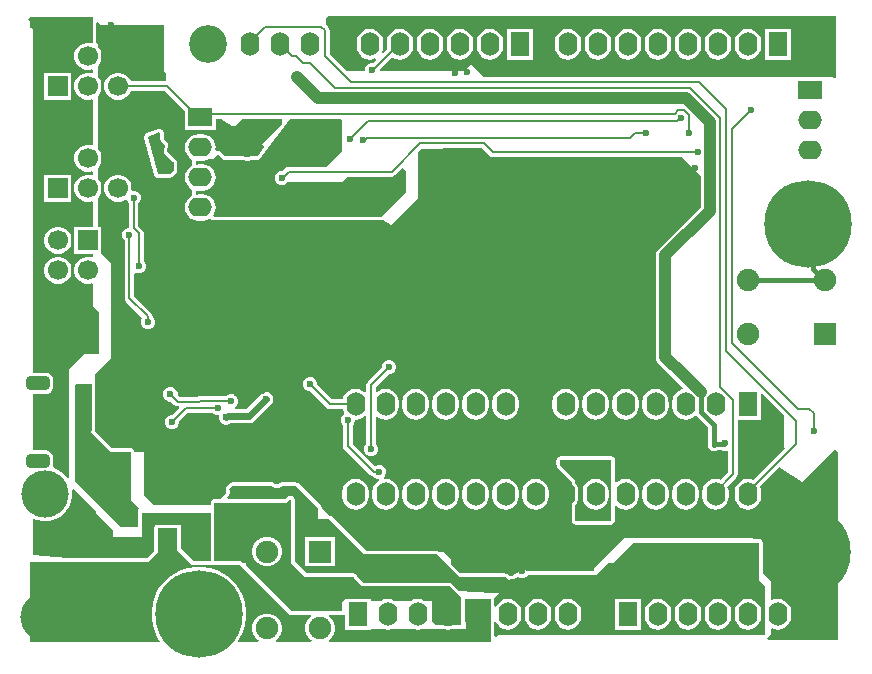
<source format=gbl>
G04*
G04 #@! TF.GenerationSoftware,Altium Limited,Altium Designer,22.1.2 (22)*
G04*
G04 Layer_Physical_Order=2*
G04 Layer_Color=16711680*
%FSLAX44Y44*%
%MOMM*%
G71*
G04*
G04 #@! TF.SameCoordinates,1F279A6F-825B-41A2-8EC7-F4161A23EE25*
G04*
G04*
G04 #@! TF.FilePolarity,Positive*
G04*
G01*
G75*
%ADD10C,0.2000*%
%ADD12C,0.4000*%
%ADD19R,1.9000X1.9000*%
%ADD63R,1.9000X1.9000*%
%ADD64C,1.9000*%
%ADD68C,0.6000*%
%ADD71C,0.8000*%
%ADD72C,1.0000*%
%ADD73C,4.0000*%
%ADD74R,1.6000X2.0000*%
%ADD75O,1.6000X2.0000*%
%ADD76R,2.0000X1.6000*%
%ADD77O,2.0000X1.6000*%
%ADD78R,1.7000X1.7000*%
%ADD79C,1.7000*%
G04:AMPARAMS|DCode=80|XSize=2mm|YSize=1.2mm|CornerRadius=0.36mm|HoleSize=0mm|Usage=FLASHONLY|Rotation=180.000|XOffset=0mm|YOffset=0mm|HoleType=Round|Shape=RoundedRectangle|*
%AMROUNDEDRECTD80*
21,1,2.0000,0.4800,0,0,180.0*
21,1,1.2800,1.2000,0,0,180.0*
1,1,0.7200,-0.6400,0.2400*
1,1,0.7200,0.6400,0.2400*
1,1,0.7200,0.6400,-0.2400*
1,1,0.7200,-0.6400,-0.2400*
%
%ADD80ROUNDEDRECTD80*%
%ADD81C,7.4000*%
%ADD82C,3.2000*%
%ADD83C,0.6000*%
G36*
X55000Y509663D02*
X53992Y508890D01*
X52314Y509340D01*
X49286D01*
X46361Y508556D01*
X43739Y507042D01*
X41598Y504901D01*
X40084Y502279D01*
X39300Y499354D01*
Y496326D01*
X40084Y493401D01*
X41598Y490779D01*
X43739Y488638D01*
X46361Y487124D01*
X49286Y486340D01*
X52314D01*
X53992Y486790D01*
X55000Y486017D01*
Y484263D01*
X53992Y483490D01*
X52314Y483940D01*
X49286D01*
X46361Y483156D01*
X43739Y481642D01*
X41598Y479501D01*
X40084Y476879D01*
X39300Y473954D01*
Y470926D01*
X40084Y468001D01*
X41598Y465379D01*
X43739Y463238D01*
X46361Y461724D01*
X49286Y460940D01*
X52314D01*
X53992Y461390D01*
X55000Y460617D01*
Y423303D01*
X53992Y422530D01*
X52314Y422980D01*
X49286D01*
X46361Y422196D01*
X43739Y420682D01*
X41598Y418541D01*
X40084Y415919D01*
X39300Y412994D01*
Y409966D01*
X40084Y407041D01*
X41598Y404419D01*
X43739Y402278D01*
X46361Y400764D01*
X49286Y399980D01*
X52314D01*
X53992Y400430D01*
X55000Y399657D01*
Y397903D01*
X53992Y397130D01*
X52314Y397580D01*
X49286D01*
X46361Y396796D01*
X43739Y395282D01*
X41598Y393141D01*
X40084Y390519D01*
X39300Y387594D01*
Y384566D01*
X40084Y381641D01*
X41598Y379019D01*
X43739Y376878D01*
X46361Y375364D01*
X49286Y374580D01*
X52314D01*
X53992Y375030D01*
X55000Y374257D01*
Y353500D01*
X39300D01*
Y330500D01*
X55000D01*
Y328424D01*
X53992Y327650D01*
X52314Y328100D01*
X49286D01*
X46361Y327316D01*
X43739Y325802D01*
X41598Y323661D01*
X40084Y321039D01*
X39300Y318114D01*
Y315086D01*
X40084Y312161D01*
X41598Y309539D01*
X43739Y307398D01*
X46361Y305884D01*
X49286Y305100D01*
X52314D01*
X53992Y305550D01*
X55000Y304777D01*
Y286000D01*
X60000Y281000D01*
Y246000D01*
X48000D01*
X35000Y233000D01*
Y140780D01*
X33785Y140411D01*
X32615Y142162D01*
X29412Y145365D01*
X25645Y147882D01*
X22179Y149318D01*
X21414Y150789D01*
X21450Y150877D01*
X21677Y152600D01*
Y157400D01*
X21450Y159123D01*
X20785Y160728D01*
X19727Y162107D01*
X18348Y163165D01*
X16743Y163830D01*
X15020Y164057D01*
X4500D01*
Y211943D01*
X15020D01*
X16743Y212170D01*
X18348Y212835D01*
X19727Y213893D01*
X20785Y215272D01*
X21450Y216877D01*
X21677Y218600D01*
Y223400D01*
X21450Y225123D01*
X20785Y226728D01*
X19727Y228107D01*
X18348Y229165D01*
X16743Y229830D01*
X15020Y230057D01*
X4500D01*
Y520500D01*
X3000Y522000D01*
X2000D01*
Y527000D01*
X0Y529000D01*
X2000Y531000D01*
X55000D01*
Y509663D01*
D02*
G37*
G36*
X684000Y479659D02*
X682827Y479173D01*
X682000Y480000D01*
X568394D01*
X568000Y480078D01*
X568000Y480078D01*
X385922D01*
X375000Y491000D01*
X369000Y485000D01*
X298344D01*
X297850Y486270D01*
X308597Y497017D01*
X309412Y496391D01*
X312088Y495283D01*
X314960Y494905D01*
X317832Y495283D01*
X320508Y496391D01*
X322805Y498155D01*
X324568Y500452D01*
X325677Y503128D01*
X326055Y506000D01*
Y510000D01*
X325677Y512872D01*
X324568Y515547D01*
X322805Y517845D01*
X320508Y519608D01*
X317832Y520717D01*
X314960Y521095D01*
X312088Y520717D01*
X309412Y519608D01*
X307115Y517845D01*
X305352Y515547D01*
X304243Y512872D01*
X303865Y510000D01*
Y506000D01*
X304119Y504075D01*
X300576Y500532D01*
X299499Y501251D01*
X300277Y503128D01*
X300655Y506000D01*
Y510000D01*
X300277Y512872D01*
X299168Y515547D01*
X297405Y517845D01*
X295107Y519608D01*
X292432Y520717D01*
X289560Y521095D01*
X286688Y520717D01*
X284013Y519608D01*
X281715Y517845D01*
X279951Y515547D01*
X278843Y512872D01*
X278465Y510000D01*
Y506000D01*
X278843Y503128D01*
X279951Y500452D01*
X281715Y498155D01*
X284013Y496391D01*
X286688Y495283D01*
X289560Y494905D01*
X292432Y495283D01*
X294309Y496061D01*
X295028Y494984D01*
X292544Y492500D01*
X290306D01*
X288101Y491586D01*
X286413Y489899D01*
X285500Y487693D01*
Y485307D01*
X285295Y485000D01*
X270490D01*
X255578Y499911D01*
Y519743D01*
X255268Y521303D01*
X254384Y522626D01*
X254384Y522626D01*
X252000Y525010D01*
Y530000D01*
X254000Y532000D01*
X684000D01*
Y479659D01*
D02*
G37*
G36*
X62000Y524000D02*
X115000D01*
Y485000D01*
X117000Y483000D01*
Y476518D01*
X87013D01*
X86916Y476879D01*
X85402Y479501D01*
X83261Y481642D01*
X80639Y483156D01*
X77714Y483940D01*
X74686D01*
X71761Y483156D01*
X69139Y481642D01*
X66998Y479501D01*
X65484Y476879D01*
X64700Y473954D01*
Y470926D01*
X65484Y468001D01*
X66998Y465379D01*
X69139Y463238D01*
X71761Y461724D01*
X74686Y460940D01*
X77714D01*
X80639Y461724D01*
X83261Y463238D01*
X85402Y465379D01*
X86916Y468001D01*
X87013Y468362D01*
X115871D01*
X133000Y451232D01*
Y435000D01*
X159000D01*
Y444922D01*
X163133D01*
X172626Y439000D01*
X175000D01*
X180922Y444922D01*
X215000D01*
Y440706D01*
X212959Y437959D01*
X198106Y423106D01*
X199921Y421973D01*
X200157Y420725D01*
X194462Y413059D01*
X188754D01*
X187584Y412826D01*
X186335Y412309D01*
X185165D01*
X183916Y412826D01*
X182746Y413059D01*
X167267D01*
X163163Y417163D01*
X162171Y417826D01*
X161000Y418059D01*
X160016Y417863D01*
X159320Y418275D01*
X158844Y418695D01*
X159095Y420600D01*
X158717Y423472D01*
X157608Y426147D01*
X155845Y428445D01*
X153547Y430209D01*
X150872Y431317D01*
X148000Y431695D01*
X144000D01*
X141128Y431317D01*
X138453Y430209D01*
X136155Y428445D01*
X134391Y426147D01*
X133283Y423472D01*
X132905Y420600D01*
X133283Y417728D01*
X134391Y415053D01*
X136155Y412755D01*
X138453Y410992D01*
X138489Y410976D01*
X139174Y409976D01*
X139077Y409487D01*
X138948Y409005D01*
X138961Y408905D01*
X138941Y408805D01*
Y406995D01*
X138961Y406895D01*
X138948Y406795D01*
X139077Y406313D01*
X139174Y405824D01*
X138489Y404824D01*
X138453Y404809D01*
X136155Y403045D01*
X134391Y400747D01*
X133283Y398072D01*
X132905Y395200D01*
X133283Y392328D01*
X134391Y389653D01*
X136155Y387355D01*
X138453Y385592D01*
X138489Y385576D01*
X139174Y384576D01*
X139077Y384087D01*
X138948Y383605D01*
X138961Y383505D01*
X138941Y383405D01*
Y381595D01*
X138961Y381495D01*
X138948Y381395D01*
X139077Y380913D01*
X139174Y380424D01*
X138489Y379424D01*
X138453Y379408D01*
X136155Y377645D01*
X134391Y375347D01*
X133283Y372672D01*
X132905Y369800D01*
X133283Y366928D01*
X134391Y364253D01*
X136155Y361955D01*
X138453Y360191D01*
X141128Y359083D01*
X144000Y358705D01*
X148000D01*
X150872Y359083D01*
X153547Y360191D01*
X153673Y360287D01*
X155153Y359837D01*
X155237Y359781D01*
X155299Y359700D01*
X155731Y359451D01*
X156145Y359174D01*
X156245Y359154D01*
X156333Y359104D01*
X156827Y359039D01*
X157316Y358941D01*
X299000D01*
X299000Y358941D01*
X300170Y359174D01*
X300374Y359310D01*
X307724Y354724D01*
X330000Y377000D01*
Y416232D01*
X332768Y419000D01*
X351000D01*
X351922Y419922D01*
X384311D01*
X390616Y413616D01*
X391939Y412732D01*
X393500Y412422D01*
X393500Y412422D01*
X553578D01*
X569681Y396319D01*
Y370476D01*
X534044Y334840D01*
X532762Y333168D01*
X531956Y331222D01*
X531681Y329134D01*
Y247250D01*
Y243250D01*
X531956Y241162D01*
X532762Y239216D01*
X534044Y237544D01*
X548813Y222776D01*
X549729Y222073D01*
X554642Y217160D01*
X554234Y215957D01*
X553928Y215917D01*
X551253Y214809D01*
X548955Y213045D01*
X547192Y210748D01*
X546083Y208072D01*
X545705Y205200D01*
Y201200D01*
X546083Y198328D01*
X547192Y195653D01*
X548955Y193355D01*
X551253Y191591D01*
X553928Y190483D01*
X556800Y190105D01*
X559672Y190483D01*
X562347Y191591D01*
X564645Y193355D01*
X564736Y193473D01*
X566172Y193258D01*
D01*
X566595Y192625D01*
X575652Y183568D01*
Y168500D01*
X576040Y166549D01*
X577145Y164895D01*
X578799Y163790D01*
X580750Y163402D01*
X582701Y163790D01*
X583792Y164519D01*
X587553D01*
X588806Y164000D01*
X591194D01*
X591866Y164278D01*
X592922Y163573D01*
Y145489D01*
X586541Y139108D01*
D01*
X585072Y139717D01*
X582200Y140095D01*
X579328Y139717D01*
X576652Y138609D01*
X574355Y136845D01*
X572592Y134548D01*
X571483Y131872D01*
X571105Y129000D01*
Y125000D01*
X571483Y122128D01*
X572592Y119452D01*
X574355Y117155D01*
X576652Y115392D01*
X579328Y114283D01*
X582200Y113905D01*
X583914Y114131D01*
D01*
X585072Y114283D01*
X587747Y115392D01*
X590045Y117155D01*
X591809Y119452D01*
X592917Y122128D01*
X593295Y125000D01*
Y129000D01*
X592917Y131872D01*
X592308Y133341D01*
X599884Y140916D01*
X599884Y140916D01*
X600768Y142239D01*
X601078Y143800D01*
X601078Y143800D01*
Y170418D01*
Y190200D01*
X620600D01*
Y211473D01*
X621773Y211959D01*
X640000Y193732D01*
Y167000D01*
X640916Y166084D01*
X628366Y153533D01*
D01*
X613941Y139108D01*
X612472Y139717D01*
X609600Y140095D01*
X606728Y139717D01*
X604053Y138609D01*
X601755Y136845D01*
X599991Y134548D01*
X598883Y131872D01*
X598505Y129000D01*
Y125000D01*
X598883Y122128D01*
X599991Y119452D01*
X601755Y117155D01*
X604053Y115392D01*
X604998Y115000D01*
X606728Y114283D01*
X609600Y113905D01*
X612472Y114283D01*
X615148Y115392D01*
X617445Y117155D01*
X619208Y119452D01*
X620317Y122128D01*
X620695Y125000D01*
Y129000D01*
X620317Y131872D01*
X619708Y133341D01*
X636191Y149824D01*
X655672Y137672D01*
X683000Y165000D01*
X686000Y162000D01*
Y4000D01*
X627000D01*
X626000Y5000D01*
X629000Y8000D01*
Y12604D01*
X630270Y13453D01*
X632128Y12683D01*
X635000Y12305D01*
X637872Y12683D01*
X640547Y13792D01*
X642845Y15555D01*
X644609Y17852D01*
X645717Y20528D01*
X646095Y23400D01*
Y27400D01*
X645717Y30272D01*
X644609Y32947D01*
X642845Y35245D01*
X640547Y37009D01*
X637872Y38117D01*
X635000Y38495D01*
X632128Y38117D01*
X630270Y37347D01*
X629000Y38196D01*
Y53000D01*
X622059Y59941D01*
Y86000D01*
X621826Y87170D01*
X621163Y88163D01*
X620171Y88826D01*
X619000Y89059D01*
X614000D01*
Y90000D01*
X505000D01*
X479000Y64000D01*
Y62059D01*
X423252D01*
X422956Y62000D01*
X422000D01*
X419000Y65000D01*
X414311Y60311D01*
X414250Y60324D01*
X413079Y60091D01*
X412087Y59428D01*
X411166Y58506D01*
X410085Y58059D01*
X408541D01*
X408090Y58149D01*
X407329Y57997D01*
X406163Y59163D01*
X405171Y59826D01*
X404000Y60059D01*
X404000Y60059D01*
X366267D01*
X358000Y68326D01*
Y72000D01*
X352000Y78000D01*
X348326D01*
X348163Y78163D01*
X347170Y78826D01*
X346000Y79059D01*
X346000Y79059D01*
X286267D01*
X257163Y108163D01*
X256171Y108826D01*
X255000Y109059D01*
X255000Y109059D01*
X254941D01*
X249059Y114941D01*
Y115000D01*
X249059Y115000D01*
X248826Y116171D01*
X248163Y117163D01*
X229163Y136163D01*
X228171Y136826D01*
X227000Y137059D01*
X227000Y137059D01*
X214985D01*
X213815Y136826D01*
X212822Y136163D01*
X212822Y136163D01*
X212666Y136006D01*
X211585Y135559D01*
X210415D01*
X209334Y136006D01*
X209178Y136163D01*
X208185Y136826D01*
X207015Y137059D01*
X207015Y137059D01*
X173000D01*
X171829Y136826D01*
X170837Y136163D01*
X168308Y133634D01*
X167645Y132641D01*
X167412Y131471D01*
X167583Y130613D01*
X167645Y130300D01*
X167941Y129585D01*
Y128415D01*
X167606Y127606D01*
X163059Y123059D01*
X158000D01*
X156830Y122826D01*
X155837Y122163D01*
X155174Y121171D01*
X154941Y120000D01*
Y118000D01*
X106000D01*
X98000Y126000D01*
Y163000D01*
X90059D01*
X89826Y164170D01*
X89163Y165163D01*
X88170Y165826D01*
X87000Y166059D01*
X71267D01*
X57000Y180326D01*
Y180704D01*
X57059Y181000D01*
X57059Y181000D01*
Y220000D01*
X57000Y220296D01*
Y229000D01*
X70000Y242000D01*
Y323000D01*
X62300Y330700D01*
Y353500D01*
X59000D01*
Y378017D01*
X60002Y379019D01*
X61516Y381641D01*
X62300Y384566D01*
Y387594D01*
X61516Y390519D01*
X60002Y393141D01*
X59000Y394143D01*
Y403417D01*
X60002Y404419D01*
X61516Y407041D01*
X62300Y409966D01*
Y412994D01*
X61516Y415919D01*
X60002Y418541D01*
X59000Y419543D01*
Y464377D01*
X60002Y465379D01*
X61516Y468001D01*
X62300Y470926D01*
Y473954D01*
X61516Y476879D01*
X60002Y479501D01*
X59000Y480503D01*
Y489777D01*
X60002Y490779D01*
X61516Y493401D01*
X62300Y496326D01*
Y499354D01*
X61516Y502279D01*
X60002Y504901D01*
X59000Y505903D01*
Y508000D01*
X59000D01*
X57957Y509043D01*
X58033Y509264D01*
X58019Y509465D01*
X58059Y509663D01*
Y526282D01*
X59232Y526768D01*
X62000Y524000D01*
D02*
G37*
G36*
X266000Y444000D02*
Y418000D01*
X252078Y404078D01*
X220857D01*
X220857Y404078D01*
X219296Y403768D01*
X217973Y402884D01*
X216089Y401000D01*
X214056D01*
X212369Y400301D01*
X211851Y400087D01*
X211000Y400000D01*
X211382Y399618D01*
X210163Y398399D01*
X209250Y396194D01*
Y393806D01*
X210163Y391601D01*
X211851Y389913D01*
X214056Y389000D01*
X216444D01*
X218649Y389913D01*
X219735Y391000D01*
X266000D01*
X270922Y395922D01*
X308000D01*
X308000Y395922D01*
X309561Y396232D01*
X310884Y397116D01*
X317384Y403616D01*
X320000Y401000D01*
Y383000D01*
X299000Y362000D01*
X157316D01*
X156754Y363139D01*
X157608Y364253D01*
X158717Y366928D01*
X159095Y369800D01*
X158717Y372672D01*
X157608Y375347D01*
X155845Y377645D01*
X153547Y379408D01*
X150872Y380517D01*
X148000Y380895D01*
X144000D01*
X142955Y380757D01*
X142000Y381595D01*
Y383405D01*
X142955Y384243D01*
X144000Y384105D01*
X148000D01*
X150872Y384483D01*
X153547Y385592D01*
X155845Y387355D01*
X157608Y389653D01*
X158717Y392328D01*
X159095Y395200D01*
X158717Y398072D01*
X157608Y400747D01*
X155845Y403045D01*
X153547Y404809D01*
X150872Y405917D01*
X148000Y406295D01*
X144000D01*
X142955Y406157D01*
X142000Y406995D01*
Y408805D01*
X142955Y409643D01*
X144000Y409505D01*
X148000D01*
X150872Y409883D01*
X153547Y410992D01*
X153559Y411000D01*
X157000D01*
X161000Y415000D01*
X166000Y410000D01*
X182746D01*
X184557Y409250D01*
X186943D01*
X188754Y410000D01*
X196000D01*
X221942Y444922D01*
X265078D01*
X266000Y444000D01*
D02*
G37*
G36*
X246000Y115000D02*
Y106000D01*
X255000D01*
X285000Y76000D01*
X346000D01*
X365000Y57000D01*
X404000D01*
X407000Y54000D01*
X408090Y55090D01*
X408307Y55000D01*
X410694D01*
X412899Y55914D01*
X414250Y57265D01*
X414601Y56913D01*
X416806Y56000D01*
X419193D01*
X421399Y56913D01*
X423087Y58601D01*
X423252Y59000D01*
X481000D01*
X491000Y69000D01*
X495000D01*
X512000Y86000D01*
X619000D01*
Y54000D01*
X624000Y49000D01*
Y28121D01*
X623905Y27400D01*
Y23400D01*
X624000Y22679D01*
Y8000D01*
X398000D01*
X396000Y6000D01*
X395059Y6941D01*
Y18717D01*
X396329Y18970D01*
X396791Y17852D01*
X398555Y15555D01*
X400853Y13792D01*
X403528Y12683D01*
X406400Y12305D01*
X409272Y12683D01*
X411948Y13792D01*
X414245Y15555D01*
X416008Y17852D01*
X417117Y20528D01*
X417495Y23400D01*
Y27400D01*
X417117Y30272D01*
X416008Y32947D01*
X414245Y35245D01*
X411948Y37009D01*
X409272Y38117D01*
X406400Y38495D01*
X403528Y38117D01*
X400853Y37009D01*
X398555Y35245D01*
X396791Y32947D01*
X396329Y31830D01*
X395059Y32083D01*
Y38000D01*
X395000Y38296D01*
Y39000D01*
X399000Y43000D01*
X393000D01*
X364982Y45344D01*
X359163Y51163D01*
X358171Y51826D01*
X357000Y52059D01*
X357000Y52059D01*
X284713D01*
X284226Y52099D01*
X278993Y57333D01*
X278826Y58170D01*
X278163Y59163D01*
X277171Y59826D01*
X276000Y60059D01*
X236267D01*
X226059Y70267D01*
Y122000D01*
X226059Y122000D01*
X225826Y123170D01*
X225163Y124163D01*
X224163Y125163D01*
X223171Y125826D01*
X222000Y126059D01*
X220830Y125826D01*
X219837Y125163D01*
X217733Y123059D01*
X169340D01*
X168814Y124329D01*
X170087Y125601D01*
X171000Y127807D01*
Y130194D01*
X170471Y131471D01*
X173000Y134000D01*
X207015D01*
X207601Y133413D01*
X209806Y132500D01*
X212194D01*
X214399Y133413D01*
X214985Y134000D01*
X227000D01*
X246000Y115000D01*
D02*
G37*
G36*
X58000Y112000D02*
X58000D01*
Y111000D01*
X72000Y97000D01*
Y91000D01*
X96000D01*
X97000Y92000D01*
Y111000D01*
X154941D01*
Y70059D01*
X140267D01*
X129300Y81026D01*
Y101000D01*
X126295D01*
X126000Y101059D01*
X110000D01*
X109705Y101000D01*
X107300D01*
Y99359D01*
X107174Y99171D01*
X106941Y98000D01*
Y79267D01*
X100733Y73059D01*
X33682D01*
X4500Y75500D01*
Y105708D01*
X5556Y106413D01*
X8041Y105384D01*
X12485Y104500D01*
X17015D01*
X21459Y105384D01*
X25645Y107118D01*
X29412Y109635D01*
X32615Y112838D01*
X35132Y116605D01*
X36866Y120791D01*
X37750Y125235D01*
Y129765D01*
X37560Y130722D01*
X38680Y131320D01*
X58000Y112000D01*
D02*
G37*
G36*
X54000Y181000D02*
X53000Y180000D01*
X70000Y163000D01*
X87000D01*
Y122000D01*
X94000Y115000D01*
X93000Y114000D01*
Y99000D01*
X79000D01*
X40000Y138000D01*
Y219586D01*
X41000Y220000D01*
X54000D01*
Y181000D01*
D02*
G37*
G36*
X223000Y122000D02*
Y69000D01*
X235000Y57000D01*
X276000D01*
Y56000D01*
X283000Y49000D01*
X357000D01*
X367000Y39000D01*
Y38296D01*
X366941Y38000D01*
Y20000D01*
X366941Y20000D01*
X367000Y19704D01*
Y16059D01*
X359237D01*
X358066Y15826D01*
X357673Y15663D01*
X355600Y15390D01*
X353527Y15663D01*
X353134Y15826D01*
X352196Y16013D01*
X351963Y16059D01*
X345941D01*
X342000Y20000D01*
Y37000D01*
X335759D01*
X335747Y37009D01*
X333072Y38117D01*
X330200Y38495D01*
X327328Y38117D01*
X324652Y37009D01*
X324641Y37000D01*
X310359D01*
X310347Y37009D01*
X307672Y38117D01*
X304800Y38495D01*
X301928Y38117D01*
X299252Y37009D01*
X299242Y37000D01*
X290400D01*
Y38400D01*
X269600D01*
X269000Y39000D01*
X266000Y36000D01*
Y28059D01*
X255035D01*
X254837Y28019D01*
X254636Y28033D01*
X254540Y28000D01*
X240460D01*
X240364Y28033D01*
X240163Y28019D01*
X239965Y28059D01*
X223267D01*
X185000Y66326D01*
Y69000D01*
X182326D01*
X182163Y69163D01*
X181171Y69826D01*
X180000Y70059D01*
X180000Y70059D01*
X158000D01*
Y120000D01*
X219000D01*
X222000Y123000D01*
X223000Y122000D01*
D02*
G37*
G36*
X392000Y2000D02*
X255035D01*
X254706Y3227D01*
X255175Y3498D01*
X257502Y5825D01*
X259148Y8675D01*
X260000Y11854D01*
Y15146D01*
X259148Y18325D01*
X257502Y21175D01*
X255175Y23503D01*
X254706Y23773D01*
X255035Y25000D01*
X268400D01*
Y12400D01*
X269600D01*
X270000Y12000D01*
X270400Y12400D01*
X290400D01*
Y13000D01*
X301163D01*
X301928Y12683D01*
X304800Y12305D01*
X307672Y12683D01*
X308437Y13000D01*
X326563D01*
X327328Y12683D01*
X330200Y12305D01*
X333072Y12683D01*
X333837Y13000D01*
X351963D01*
X352728Y12683D01*
X355600Y12305D01*
X358472Y12683D01*
X359237Y13000D01*
X371000D01*
Y19000D01*
X370000Y20000D01*
Y38000D01*
X392000D01*
Y2000D01*
D02*
G37*
G36*
X126000Y80000D02*
X139000Y67000D01*
X180000D01*
X222000Y25000D01*
X239965D01*
X240294Y23773D01*
X239825Y23503D01*
X237498Y21175D01*
X235852Y18325D01*
X235000Y15146D01*
Y11854D01*
X235852Y8675D01*
X237498Y5825D01*
X239825Y3498D01*
X240294Y3227D01*
X239965Y2000D01*
X210035D01*
X209706Y3227D01*
X210175Y3498D01*
X212502Y5825D01*
X214148Y8675D01*
X215000Y11854D01*
Y15146D01*
X214148Y18325D01*
X212502Y21175D01*
X210175Y23503D01*
X207325Y25148D01*
X204146Y26000D01*
X200854D01*
X197675Y25148D01*
X194825Y23503D01*
X192498Y21175D01*
X190852Y18325D01*
X190000Y15146D01*
Y11854D01*
X190852Y8675D01*
X192498Y5825D01*
X194825Y3498D01*
X195294Y3227D01*
X194965Y2000D01*
X178620D01*
X178044Y3132D01*
X178991Y4435D01*
X181849Y10045D01*
X183795Y16033D01*
X184780Y22252D01*
Y28548D01*
X183795Y34767D01*
X181849Y40755D01*
X178991Y46365D01*
X175290Y51458D01*
X170838Y55910D01*
X165745Y59611D01*
X160135Y62470D01*
X154147Y64415D01*
X147928Y65400D01*
X141632D01*
X135413Y64415D01*
X129425Y62470D01*
X123815Y59611D01*
X118722Y55910D01*
X114270Y51458D01*
X110569Y46365D01*
X107711Y40755D01*
X105765Y34767D01*
X104780Y28548D01*
Y22252D01*
X105765Y16033D01*
X107711Y10045D01*
X110569Y4435D01*
X111516Y3132D01*
X110940Y2000D01*
X2000D01*
Y70000D01*
X102000D01*
X110000Y78000D01*
Y98000D01*
X126000D01*
Y80000D01*
D02*
G37*
%LPC*%
G36*
X36900Y483940D02*
X13900D01*
Y460940D01*
X36900D01*
Y483940D01*
D02*
G37*
G36*
Y397580D02*
X13900D01*
Y374580D01*
X36900D01*
Y397580D01*
D02*
G37*
G36*
X26914Y353500D02*
X23886D01*
X20961Y352716D01*
X18339Y351202D01*
X16198Y349061D01*
X14684Y346439D01*
X13900Y343514D01*
Y340486D01*
X14684Y337561D01*
X16198Y334939D01*
X18339Y332798D01*
X20961Y331284D01*
X23886Y330500D01*
X26914D01*
X29839Y331284D01*
X32461Y332798D01*
X34602Y334939D01*
X36116Y337561D01*
X36900Y340486D01*
Y343514D01*
X36116Y346439D01*
X34602Y349061D01*
X32461Y351202D01*
X29839Y352716D01*
X26914Y353500D01*
D02*
G37*
G36*
Y328100D02*
X23886D01*
X20961Y327316D01*
X18339Y325802D01*
X16198Y323661D01*
X14684Y321039D01*
X13900Y318114D01*
Y315086D01*
X14684Y312161D01*
X16198Y309539D01*
X18339Y307398D01*
X20961Y305884D01*
X23886Y305100D01*
X26914D01*
X29839Y305884D01*
X32461Y307398D01*
X34602Y309539D01*
X36116Y312161D01*
X36900Y315086D01*
Y318114D01*
X36116Y321039D01*
X34602Y323661D01*
X32461Y325802D01*
X29839Y327316D01*
X26914Y328100D01*
D02*
G37*
G36*
X646000Y521000D02*
X624000D01*
Y495000D01*
X646000D01*
Y521000D01*
D02*
G37*
G36*
X427560D02*
X405560D01*
Y495000D01*
X427560D01*
Y521000D01*
D02*
G37*
G36*
X609600Y521095D02*
X606728Y520717D01*
X604053Y519608D01*
X601755Y517845D01*
X599991Y515547D01*
X598883Y512872D01*
X598505Y510000D01*
Y506000D01*
X598883Y503128D01*
X599991Y500452D01*
X601755Y498155D01*
X604053Y496391D01*
X606728Y495283D01*
X609600Y494905D01*
X612472Y495283D01*
X615148Y496391D01*
X617445Y498155D01*
X619208Y500452D01*
X620317Y503128D01*
X620695Y506000D01*
Y510000D01*
X620317Y512872D01*
X619208Y515547D01*
X617445Y517845D01*
X615148Y519608D01*
X612472Y520717D01*
X609600Y521095D01*
D02*
G37*
G36*
X584200D02*
X581328Y520717D01*
X578652Y519608D01*
X576355Y517845D01*
X574591Y515547D01*
X573483Y512872D01*
X573105Y510000D01*
Y506000D01*
X573483Y503128D01*
X574591Y500452D01*
X576355Y498155D01*
X578652Y496391D01*
X581328Y495283D01*
X584200Y494905D01*
X587072Y495283D01*
X589748Y496391D01*
X592045Y498155D01*
X593809Y500452D01*
X594917Y503128D01*
X595295Y506000D01*
Y510000D01*
X594917Y512872D01*
X593809Y515547D01*
X592045Y517845D01*
X589748Y519608D01*
X587072Y520717D01*
X584200Y521095D01*
D02*
G37*
G36*
X558800D02*
X555928Y520717D01*
X553252Y519608D01*
X550955Y517845D01*
X549192Y515547D01*
X548083Y512872D01*
X547705Y510000D01*
Y506000D01*
X548083Y503128D01*
X549192Y500452D01*
X550955Y498155D01*
X553252Y496391D01*
X555928Y495283D01*
X558800Y494905D01*
X561672Y495283D01*
X564347Y496391D01*
X566645Y498155D01*
X568409Y500452D01*
X569517Y503128D01*
X569895Y506000D01*
Y510000D01*
X569517Y512872D01*
X568409Y515547D01*
X566645Y517845D01*
X564347Y519608D01*
X561672Y520717D01*
X558800Y521095D01*
D02*
G37*
G36*
X533400D02*
X530528Y520717D01*
X527853Y519608D01*
X525555Y517845D01*
X523792Y515547D01*
X522683Y512872D01*
X522305Y510000D01*
Y506000D01*
X522683Y503128D01*
X523792Y500452D01*
X525555Y498155D01*
X527853Y496391D01*
X530528Y495283D01*
X533400Y494905D01*
X536272Y495283D01*
X538947Y496391D01*
X541245Y498155D01*
X543008Y500452D01*
X544117Y503128D01*
X544495Y506000D01*
Y510000D01*
X544117Y512872D01*
X543008Y515547D01*
X541245Y517845D01*
X538947Y519608D01*
X536272Y520717D01*
X533400Y521095D01*
D02*
G37*
G36*
X508000D02*
X505128Y520717D01*
X502453Y519608D01*
X500155Y517845D01*
X498391Y515547D01*
X497283Y512872D01*
X496905Y510000D01*
Y506000D01*
X497283Y503128D01*
X498391Y500452D01*
X500155Y498155D01*
X502453Y496391D01*
X505128Y495283D01*
X508000Y494905D01*
X510872Y495283D01*
X513548Y496391D01*
X515845Y498155D01*
X517608Y500452D01*
X518717Y503128D01*
X519095Y506000D01*
Y510000D01*
X518717Y512872D01*
X517608Y515547D01*
X515845Y517845D01*
X513548Y519608D01*
X510872Y520717D01*
X508000Y521095D01*
D02*
G37*
G36*
X482600D02*
X479728Y520717D01*
X477052Y519608D01*
X474755Y517845D01*
X472991Y515547D01*
X471883Y512872D01*
X471505Y510000D01*
Y506000D01*
X471883Y503128D01*
X472991Y500452D01*
X474755Y498155D01*
X477052Y496391D01*
X479728Y495283D01*
X482600Y494905D01*
X485472Y495283D01*
X488148Y496391D01*
X490445Y498155D01*
X492209Y500452D01*
X493317Y503128D01*
X493695Y506000D01*
Y510000D01*
X493317Y512872D01*
X492209Y515547D01*
X490445Y517845D01*
X488148Y519608D01*
X485472Y520717D01*
X482600Y521095D01*
D02*
G37*
G36*
X457200D02*
X454328Y520717D01*
X451652Y519608D01*
X449355Y517845D01*
X447592Y515547D01*
X446483Y512872D01*
X446105Y510000D01*
Y506000D01*
X446483Y503128D01*
X447592Y500452D01*
X449355Y498155D01*
X451652Y496391D01*
X454328Y495283D01*
X457200Y494905D01*
X460072Y495283D01*
X462747Y496391D01*
X465045Y498155D01*
X466809Y500452D01*
X467917Y503128D01*
X468295Y506000D01*
Y510000D01*
X467917Y512872D01*
X466809Y515547D01*
X465045Y517845D01*
X462747Y519608D01*
X460072Y520717D01*
X457200Y521095D01*
D02*
G37*
G36*
X391160D02*
X388288Y520717D01*
X385612Y519608D01*
X383315Y517845D01*
X381552Y515547D01*
X380443Y512872D01*
X380065Y510000D01*
Y506000D01*
X380443Y503128D01*
X381552Y500452D01*
X383315Y498155D01*
X385612Y496391D01*
X388288Y495283D01*
X391160Y494905D01*
X394032Y495283D01*
X396707Y496391D01*
X399005Y498155D01*
X400769Y500452D01*
X401877Y503128D01*
X402255Y506000D01*
Y510000D01*
X401877Y512872D01*
X400769Y515547D01*
X399005Y517845D01*
X396707Y519608D01*
X394032Y520717D01*
X391160Y521095D01*
D02*
G37*
G36*
X365760D02*
X362888Y520717D01*
X360213Y519608D01*
X357915Y517845D01*
X356152Y515547D01*
X355043Y512872D01*
X354665Y510000D01*
Y506000D01*
X355043Y503128D01*
X356152Y500452D01*
X357915Y498155D01*
X360213Y496391D01*
X362888Y495283D01*
X365760Y494905D01*
X368632Y495283D01*
X371307Y496391D01*
X373605Y498155D01*
X375368Y500452D01*
X376477Y503128D01*
X376855Y506000D01*
Y510000D01*
X376477Y512872D01*
X375368Y515547D01*
X373605Y517845D01*
X371307Y519608D01*
X368632Y520717D01*
X365760Y521095D01*
D02*
G37*
G36*
X340360D02*
X337488Y520717D01*
X334813Y519608D01*
X332515Y517845D01*
X330751Y515547D01*
X329643Y512872D01*
X329265Y510000D01*
Y506000D01*
X329643Y503128D01*
X330751Y500452D01*
X332515Y498155D01*
X334813Y496391D01*
X337488Y495283D01*
X340360Y494905D01*
X343232Y495283D01*
X345908Y496391D01*
X348205Y498155D01*
X349968Y500452D01*
X351077Y503128D01*
X351455Y506000D01*
Y510000D01*
X351077Y512872D01*
X349968Y515547D01*
X348205Y517845D01*
X345908Y519608D01*
X343232Y520717D01*
X340360Y521095D01*
D02*
G37*
G36*
X110955Y436626D02*
X110632Y436560D01*
X110303Y436552D01*
X110054Y436441D01*
X109786Y436386D01*
X100430Y432437D01*
X100112Y432221D01*
X99766Y432053D01*
X99622Y431890D01*
X99442Y431768D01*
X99230Y431447D01*
X98976Y431158D01*
X98905Y430953D01*
X98785Y430771D01*
X98713Y430393D01*
X98588Y430030D01*
X98602Y429813D01*
X98560Y429599D01*
X98638Y429222D01*
X98662Y428839D01*
X107007Y397219D01*
X107098Y397033D01*
X107138Y396829D01*
X107358Y396501D01*
X107531Y396147D01*
X107686Y396010D01*
X107801Y395837D01*
X108129Y395618D01*
X108425Y395357D01*
X108621Y395289D01*
X108794Y395174D01*
X109180Y395097D01*
X109554Y394969D01*
X109761Y394982D01*
X109964Y394941D01*
X119978D01*
X119978Y394941D01*
X121148Y395174D01*
X122141Y395837D01*
X122141Y395837D01*
X125523Y399219D01*
X126186Y400212D01*
X126419Y401382D01*
X126419Y401382D01*
Y407878D01*
X126307Y408440D01*
Y408440D01*
X126307Y408440D01*
X126186Y409049D01*
X125523Y410041D01*
X125006Y410386D01*
X125006Y410387D01*
X125006Y410387D01*
X125005Y410387D01*
X124755Y410554D01*
X118245Y417064D01*
X118088Y417300D01*
X118032Y417578D01*
Y418246D01*
X118118Y418677D01*
X119000Y420807D01*
Y423194D01*
X118087Y425399D01*
X116399Y427086D01*
X115624Y427407D01*
X115433Y427535D01*
X115389Y427553D01*
X115387Y427601D01*
X115332Y427824D01*
X115105Y433023D01*
X115040Y433288D01*
X115033Y433561D01*
X114899Y433862D01*
X114821Y434182D01*
X114659Y434402D01*
X114548Y434652D01*
X114310Y434879D01*
X114115Y435144D01*
X113881Y435286D01*
X113683Y435474D01*
X112610Y436153D01*
X112355Y436251D01*
X112127Y436401D01*
X111804Y436463D01*
X111496Y436582D01*
X111223Y436575D01*
X110955Y436626D01*
D02*
G37*
G36*
X77714Y397580D02*
X74686D01*
X71761Y396796D01*
X69139Y395282D01*
X66998Y393141D01*
X65484Y390519D01*
X64700Y387594D01*
Y384566D01*
X65484Y381641D01*
X66998Y379019D01*
X69139Y376878D01*
X71761Y375364D01*
X74686Y374580D01*
X77714D01*
X80639Y375364D01*
X82327Y376338D01*
X83916Y375803D01*
X84413Y374601D01*
X85422Y373593D01*
Y352750D01*
X84806D01*
X82601Y351837D01*
X80913Y350149D01*
X80000Y347943D01*
Y345556D01*
X80913Y343351D01*
X81922Y342343D01*
Y293000D01*
X81922Y293000D01*
X82232Y291439D01*
X83116Y290116D01*
X96874Y276359D01*
X96413Y275899D01*
X95500Y273694D01*
Y271306D01*
X96413Y269101D01*
X98101Y267413D01*
X100307Y266500D01*
X102694D01*
X104899Y267413D01*
X106587Y269101D01*
X107500Y271306D01*
Y273694D01*
X106587Y275899D01*
X105578Y276907D01*
Y277500D01*
X105578Y277500D01*
X105268Y279061D01*
X104384Y280384D01*
X90078Y294689D01*
Y313777D01*
X91348Y314604D01*
X92807Y314000D01*
X95194D01*
X97399Y314913D01*
X99087Y316601D01*
X100000Y318806D01*
Y321194D01*
X99087Y323399D01*
X98078Y324407D01*
Y347942D01*
X98078Y347942D01*
X97768Y349503D01*
X96884Y350826D01*
X96884Y350826D01*
X93578Y354132D01*
Y373593D01*
X94587Y374601D01*
X95500Y376806D01*
Y379193D01*
X94587Y381399D01*
X92899Y383087D01*
X90694Y384000D01*
X88863D01*
X88108Y384367D01*
X87700Y385123D01*
Y387594D01*
X86916Y390519D01*
X85402Y393141D01*
X83261Y395282D01*
X80639Y396796D01*
X77714Y397580D01*
D02*
G37*
G36*
X306943Y240750D02*
X304557D01*
X302351Y239837D01*
X300664Y238149D01*
X299750Y235944D01*
Y234518D01*
X287616Y222384D01*
X286732Y221061D01*
X286422Y219500D01*
X286422Y219500D01*
Y213445D01*
X285830Y213244D01*
X285152Y213117D01*
X282948Y214809D01*
X280272Y215917D01*
X277400Y216295D01*
X274528Y215917D01*
X271852Y214809D01*
X269555Y213045D01*
X267792Y210748D01*
X266683Y208072D01*
X266582Y207303D01*
X257464D01*
X245000Y219768D01*
Y221194D01*
X244087Y223399D01*
X242399Y225086D01*
X240194Y226000D01*
X237806D01*
X235601Y225086D01*
X233913Y223399D01*
X233000Y221194D01*
Y218806D01*
X233913Y216601D01*
X235601Y214913D01*
X237806Y214000D01*
X239232D01*
X252891Y200341D01*
X254214Y199457D01*
X255775Y199147D01*
X255775Y199147D01*
X266575D01*
X266683Y198328D01*
X267481Y196403D01*
X267492Y195033D01*
X265804Y193346D01*
X264891Y191140D01*
Y188754D01*
X265804Y186548D01*
X266812Y185540D01*
Y167949D01*
X266812Y167949D01*
X267123Y166388D01*
X268007Y165065D01*
X289956Y143116D01*
X289956Y143116D01*
X291279Y142232D01*
X292840Y141922D01*
X293093D01*
X294101Y140913D01*
X296306Y140000D01*
X297293D01*
X297546Y138730D01*
X297253Y138609D01*
X294955Y136845D01*
X293192Y134548D01*
X292083Y131872D01*
X291705Y129000D01*
Y125000D01*
X292083Y122128D01*
X293192Y119452D01*
X294955Y117155D01*
X297253Y115392D01*
X299928Y114283D01*
X302800Y113905D01*
X305672Y114283D01*
X308347Y115392D01*
X310645Y117155D01*
X312409Y119452D01*
X313517Y122128D01*
X313895Y125000D01*
Y129000D01*
X313517Y131872D01*
X312409Y134548D01*
X310645Y136845D01*
X308347Y138609D01*
X305672Y139717D01*
X302800Y140095D01*
X301611Y139938D01*
X301143Y141158D01*
X302586Y142601D01*
X303500Y144806D01*
Y147193D01*
X302586Y149399D01*
X300899Y151087D01*
X298694Y152000D01*
X296306D01*
X294101Y151087D01*
X293811Y150796D01*
X274969Y169638D01*
Y185540D01*
X275977Y186548D01*
X276891Y188754D01*
Y189659D01*
X277400Y190105D01*
X280272Y190483D01*
X282948Y191591D01*
X285152Y193283D01*
X285830Y193156D01*
X286422Y192955D01*
Y169407D01*
X285413Y168399D01*
X284500Y166194D01*
Y163806D01*
X285413Y161601D01*
X287101Y159913D01*
X289307Y159000D01*
X291693D01*
X293899Y159913D01*
X295587Y161601D01*
X296500Y163806D01*
Y166194D01*
X295587Y168399D01*
X294578Y169407D01*
Y192043D01*
X295848Y192669D01*
X297253Y191591D01*
X299928Y190483D01*
X302800Y190105D01*
X305672Y190483D01*
X308347Y191591D01*
X310645Y193355D01*
X312409Y195653D01*
X313517Y198328D01*
X313895Y201200D01*
Y205200D01*
X313517Y208072D01*
X312409Y210748D01*
X310645Y213045D01*
X308347Y214809D01*
X305672Y215917D01*
X302800Y216295D01*
X299928Y215917D01*
X297253Y214809D01*
X295848Y213731D01*
X294578Y214357D01*
Y217811D01*
X305518Y228750D01*
X306943D01*
X309149Y229663D01*
X310837Y231351D01*
X311750Y233556D01*
Y235944D01*
X310837Y238149D01*
X309149Y239837D01*
X306943Y240750D01*
D02*
G37*
G36*
X531400Y216295D02*
X528528Y215917D01*
X525853Y214809D01*
X523555Y213045D01*
X521791Y210748D01*
X520683Y208072D01*
X520305Y205200D01*
Y201200D01*
X520683Y198328D01*
X521791Y195653D01*
X523555Y193355D01*
X525853Y191591D01*
X528528Y190483D01*
X531400Y190105D01*
X534272Y190483D01*
X536948Y191591D01*
X539245Y193355D01*
X541008Y195653D01*
X542117Y198328D01*
X542495Y201200D01*
Y205200D01*
X542365Y206189D01*
X542117Y208072D01*
X541008Y210748D01*
X539245Y213045D01*
X536948Y214809D01*
X534272Y215917D01*
X531400Y216295D01*
D02*
G37*
G36*
X506000D02*
X503128Y215917D01*
X500452Y214809D01*
X498155Y213045D01*
X496391Y210748D01*
X495283Y208072D01*
X494905Y205200D01*
Y201200D01*
X495283Y198328D01*
X496391Y195653D01*
X498155Y193355D01*
X500452Y191591D01*
X503128Y190483D01*
X506000Y190105D01*
X508872Y190483D01*
X511548Y191591D01*
X513845Y193355D01*
X515608Y195653D01*
X516717Y198328D01*
X517095Y201200D01*
Y205200D01*
X516717Y208072D01*
X515608Y210748D01*
X513845Y213045D01*
X511548Y214809D01*
X508872Y215917D01*
X506000Y216295D01*
D02*
G37*
G36*
X480600D02*
X477728Y215917D01*
X475052Y214809D01*
X472755Y213045D01*
X470992Y210748D01*
X469883Y208072D01*
X469505Y205200D01*
Y201200D01*
X469638Y200193D01*
D01*
X469883Y198328D01*
X470992Y195653D01*
X472755Y193355D01*
X475052Y191591D01*
X477728Y190483D01*
X480600Y190105D01*
X482676Y190378D01*
X483472Y190483D01*
X486147Y191591D01*
X488445Y193355D01*
X490209Y195653D01*
X491317Y198328D01*
X491695Y201200D01*
Y205200D01*
X491317Y208072D01*
X490209Y210748D01*
X488445Y213045D01*
X486147Y214809D01*
X483472Y215917D01*
X480600Y216295D01*
D02*
G37*
G36*
X455200D02*
X452328Y215917D01*
X449652Y214809D01*
X447355Y213045D01*
X445592Y210748D01*
X444483Y208072D01*
X444105Y205200D01*
Y201200D01*
X444483Y198328D01*
X445592Y195653D01*
X447355Y193355D01*
X449652Y191591D01*
X452328Y190483D01*
X455200Y190105D01*
X458072Y190483D01*
X460747Y191591D01*
X463045Y193355D01*
X464809Y195653D01*
X465917Y198328D01*
X466295Y201200D01*
Y201245D01*
Y205200D01*
X465917Y208072D01*
X464809Y210748D01*
X463045Y213045D01*
X460747Y214809D01*
X458072Y215917D01*
X455200Y216295D01*
D02*
G37*
G36*
X404400D02*
X401528Y215917D01*
X398853Y214809D01*
X396555Y213045D01*
X394791Y210748D01*
X393683Y208072D01*
X393305Y205200D01*
Y201200D01*
X393683Y198328D01*
X394791Y195653D01*
X396555Y193355D01*
X398853Y191591D01*
X401528Y190483D01*
X404400Y190105D01*
X407272Y190483D01*
X409948Y191591D01*
X412245Y193355D01*
X414008Y195653D01*
X415117Y198328D01*
X415495Y201200D01*
Y205200D01*
X415117Y208072D01*
X414008Y210748D01*
X412245Y213045D01*
X409948Y214809D01*
X407272Y215917D01*
X404400Y216295D01*
D02*
G37*
G36*
X379000D02*
X376128Y215917D01*
X373452Y214809D01*
X371155Y213045D01*
X369392Y210748D01*
X368283Y208072D01*
X367905Y205200D01*
Y201200D01*
X368283Y198328D01*
X369392Y195653D01*
X371155Y193355D01*
X373452Y191591D01*
X376128Y190483D01*
X379000Y190105D01*
X381872Y190483D01*
X384548Y191591D01*
X386845Y193355D01*
X388609Y195653D01*
X389717Y198328D01*
X390095Y201200D01*
Y205200D01*
X389717Y208072D01*
X388609Y210748D01*
X386845Y213045D01*
X384548Y214809D01*
X381872Y215917D01*
X379000Y216295D01*
D02*
G37*
G36*
X353600D02*
X350728Y215917D01*
X348052Y214809D01*
X345755Y213045D01*
X343992Y210748D01*
X342883Y208072D01*
X342505Y205200D01*
Y201200D01*
X342883Y198328D01*
X343992Y195653D01*
X345755Y193355D01*
X348052Y191591D01*
X350728Y190483D01*
X353600Y190105D01*
X356472Y190483D01*
X359147Y191591D01*
X361445Y193355D01*
X363209Y195653D01*
X364317Y198328D01*
X364695Y201200D01*
Y205200D01*
X364317Y208072D01*
X363209Y210748D01*
X361445Y213045D01*
X359147Y214809D01*
X356472Y215917D01*
X353600Y216295D01*
D02*
G37*
G36*
X328200D02*
X325328Y215917D01*
X322653Y214809D01*
X320355Y213045D01*
X318591Y210748D01*
X317483Y208072D01*
X317105Y205200D01*
Y201200D01*
X317483Y198328D01*
X318591Y195653D01*
X320355Y193355D01*
X322653Y191591D01*
X325328Y190483D01*
X328200Y190105D01*
X331072Y190483D01*
X333747Y191591D01*
X336045Y193355D01*
X337808Y195653D01*
X338917Y198328D01*
X339295Y201200D01*
Y205200D01*
X338917Y208072D01*
X337808Y210748D01*
X336045Y213045D01*
X333747Y214809D01*
X331072Y215917D01*
X328200Y216295D01*
D02*
G37*
G36*
X121944Y217500D02*
X119557D01*
X117351Y216587D01*
X115663Y214899D01*
X114750Y212694D01*
Y210306D01*
X115663Y208101D01*
X117351Y206413D01*
X119557Y205500D01*
X120982D01*
X123866Y202616D01*
X123866Y202616D01*
X125189Y201732D01*
X126750Y201422D01*
X126750Y201422D01*
X127745D01*
X128231Y200248D01*
X122482Y194500D01*
X121056D01*
X118851Y193587D01*
X117163Y191899D01*
X116250Y189693D01*
Y187306D01*
X117163Y185101D01*
X118851Y183413D01*
X121056Y182500D01*
X123443D01*
X125649Y183413D01*
X127337Y185101D01*
X128250Y187306D01*
Y188732D01*
X135189Y195672D01*
X156843D01*
X157851Y194663D01*
X160056Y193750D01*
X161628D01*
X161857Y193407D01*
X161978Y192480D01*
X161882Y192000D01*
X162000Y191409D01*
Y190807D01*
X162231Y190250D01*
X162348Y189659D01*
X162683Y189158D01*
X162913Y188601D01*
X163340Y188175D01*
X163674Y187674D01*
X164175Y187339D01*
X164601Y186913D01*
X165158Y186683D01*
X165659Y186348D01*
X166250Y186231D01*
X166807Y186000D01*
X167409D01*
X168000Y185882D01*
X168591Y186000D01*
X169193D01*
X169750Y186231D01*
X170341Y186348D01*
X170842Y186683D01*
X171399Y186913D01*
X171493Y187008D01*
X187375D01*
X189716Y187473D01*
X191701Y188799D01*
X206076Y203174D01*
X206411Y203675D01*
X206836Y204101D01*
X207067Y204658D01*
X207402Y205159D01*
X207519Y205750D01*
X207750Y206306D01*
Y206909D01*
X207868Y207500D01*
X207750Y208091D01*
Y208694D01*
X207519Y209250D01*
X207402Y209841D01*
X207067Y210342D01*
X206836Y210899D01*
X206411Y211325D01*
X206076Y211826D01*
X205575Y212160D01*
X205149Y212586D01*
X204592Y212817D01*
X204091Y213152D01*
X203500Y213269D01*
X202943Y213500D01*
X202341D01*
X201750Y213617D01*
X201159Y213500D01*
X200557D01*
X200000Y213269D01*
X199409Y213152D01*
X198908Y212817D01*
X198351Y212586D01*
X197925Y212160D01*
X197424Y211826D01*
X184841Y199243D01*
X175537D01*
X175284Y200513D01*
X175649Y200664D01*
X177337Y202351D01*
X178250Y204557D01*
Y206943D01*
X177337Y209149D01*
X175649Y210837D01*
X173444Y211750D01*
X171056D01*
X168851Y210837D01*
X167843Y209828D01*
X165787D01*
X165503Y210018D01*
X163942Y210328D01*
X163942Y210328D01*
X155750D01*
X154493Y210078D01*
X145750D01*
X145750Y210078D01*
X144189Y209768D01*
X143906Y209578D01*
X128439D01*
X126750Y211268D01*
Y212694D01*
X125837Y214899D01*
X124149Y216587D01*
X121944Y217500D01*
D02*
G37*
G36*
X556800Y140095D02*
X553928Y139717D01*
X551253Y138609D01*
X548955Y136845D01*
X547192Y134548D01*
X546083Y131872D01*
X545705Y129000D01*
Y125000D01*
X546083Y122128D01*
X547192Y119452D01*
X548955Y117155D01*
X551253Y115392D01*
X553928Y114283D01*
X556800Y113905D01*
X559672Y114283D01*
X562347Y115392D01*
X564645Y117155D01*
X566409Y119452D01*
X567517Y122128D01*
X567895Y125000D01*
Y129000D01*
X567517Y131872D01*
X566409Y134548D01*
X564645Y136845D01*
X562347Y138609D01*
X559672Y139717D01*
X556800Y140095D01*
D02*
G37*
G36*
X531400D02*
X528528Y139717D01*
X525853Y138609D01*
X523555Y136845D01*
X521791Y134548D01*
X520683Y131872D01*
X520305Y129000D01*
Y125000D01*
X520683Y122128D01*
X521791Y119452D01*
X523555Y117155D01*
X525853Y115392D01*
X528528Y114283D01*
X531400Y113905D01*
X534272Y114283D01*
X536948Y115392D01*
X539245Y117155D01*
X541008Y119452D01*
X542117Y122128D01*
X542495Y125000D01*
Y129000D01*
X542117Y131872D01*
X541008Y134548D01*
X539245Y136845D01*
X536948Y138609D01*
X534272Y139717D01*
X531400Y140095D01*
D02*
G37*
G36*
X494000Y159059D02*
X450596D01*
X449426Y158826D01*
X448433Y158163D01*
X447770Y157170D01*
X447537Y156000D01*
Y152168D01*
X447564Y152035D01*
X447549Y151901D01*
X447584Y151502D01*
X447714Y151055D01*
X447805Y150598D01*
X447880Y150486D01*
X447918Y150356D01*
X448209Y149993D01*
X448468Y149606D01*
X460336Y137738D01*
Y136390D01*
X460414Y135998D01*
X460440Y135599D01*
X460529Y135418D01*
X460568Y135220D01*
X460791Y134887D01*
X460968Y134528D01*
X462102Y133050D01*
Y120950D01*
X460968Y119472D01*
X460791Y119113D01*
X460568Y118780D01*
X460529Y118582D01*
X460440Y118401D01*
X460414Y118002D01*
X460336Y117610D01*
Y104794D01*
X460336Y104794D01*
X460568Y103623D01*
X461231Y102631D01*
X461231Y102631D01*
X461738Y102124D01*
X462730Y101461D01*
X463901Y101228D01*
X463901Y101228D01*
X493199D01*
X493317Y101252D01*
X493438Y101238D01*
X493899Y101368D01*
X494369Y101461D01*
X494470Y101529D01*
X494586Y101561D01*
X494963Y101858D01*
X495361Y102124D01*
X495429Y102225D01*
X495524Y102300D01*
X496325Y103238D01*
X496560Y103656D01*
X496826Y104055D01*
X496850Y104173D01*
X496909Y104279D01*
X496965Y104755D01*
X497059Y105225D01*
Y116706D01*
X498329Y117021D01*
X500452Y115392D01*
X503128Y114283D01*
X506000Y113905D01*
X508872Y114283D01*
X511548Y115392D01*
X513845Y117155D01*
X515608Y119452D01*
X516717Y122128D01*
X517095Y125000D01*
Y129000D01*
X516717Y131872D01*
X515608Y134548D01*
X513845Y136845D01*
X511548Y138609D01*
X508872Y139717D01*
X506000Y140095D01*
X503128Y139717D01*
X500452Y138609D01*
X498329Y136979D01*
X497059Y137294D01*
Y156000D01*
X496826Y157170D01*
X496163Y158163D01*
X495171Y158826D01*
X494000Y159059D01*
D02*
G37*
G36*
X429800Y140095D02*
X426928Y139717D01*
X424253Y138609D01*
X421955Y136845D01*
X420191Y134548D01*
X419083Y131872D01*
X418705Y129000D01*
Y125000D01*
X419083Y122128D01*
X420191Y119452D01*
X421955Y117155D01*
X424253Y115392D01*
X426928Y114283D01*
X429800Y113905D01*
X432672Y114283D01*
X435348Y115392D01*
X437645Y117155D01*
X439408Y119452D01*
X440517Y122128D01*
X440895Y125000D01*
Y129000D01*
X440517Y131872D01*
X439408Y134548D01*
X437645Y136845D01*
X435348Y138609D01*
X432672Y139717D01*
X429800Y140095D01*
D02*
G37*
G36*
X404400D02*
X401528Y139717D01*
X398853Y138609D01*
X396555Y136845D01*
X394791Y134548D01*
X393683Y131872D01*
X393305Y129000D01*
Y125000D01*
X393683Y122128D01*
X394791Y119452D01*
X396555Y117155D01*
X398853Y115392D01*
X401528Y114283D01*
X404400Y113905D01*
X407272Y114283D01*
X409948Y115392D01*
X412245Y117155D01*
X414008Y119452D01*
X415117Y122128D01*
X415495Y125000D01*
Y129000D01*
X415117Y131872D01*
X414008Y134548D01*
X412245Y136845D01*
X409948Y138609D01*
X407272Y139717D01*
X404400Y140095D01*
D02*
G37*
G36*
X379000D02*
X376128Y139717D01*
X373452Y138609D01*
X371155Y136845D01*
X369392Y134548D01*
X368283Y131872D01*
X367905Y129000D01*
Y125000D01*
X368283Y122128D01*
X369392Y119452D01*
X371155Y117155D01*
X373452Y115392D01*
X376128Y114283D01*
X379000Y113905D01*
X381872Y114283D01*
X384548Y115392D01*
X386845Y117155D01*
X388609Y119452D01*
X389717Y122128D01*
X390095Y125000D01*
Y129000D01*
X389717Y131872D01*
X388609Y134548D01*
X386845Y136845D01*
X384548Y138609D01*
X381872Y139717D01*
X379000Y140095D01*
D02*
G37*
G36*
X353600D02*
X350728Y139717D01*
X348052Y138609D01*
X345755Y136845D01*
X343992Y134548D01*
X342883Y131872D01*
X342505Y129000D01*
Y125000D01*
X342883Y122128D01*
X343992Y119452D01*
X345755Y117155D01*
X348052Y115392D01*
X350728Y114283D01*
X353600Y113905D01*
X356472Y114283D01*
X359147Y115392D01*
X361445Y117155D01*
X363209Y119452D01*
X364317Y122128D01*
X364695Y125000D01*
Y129000D01*
X364317Y131872D01*
X363209Y134548D01*
X361445Y136845D01*
X359147Y138609D01*
X356472Y139717D01*
X353600Y140095D01*
D02*
G37*
G36*
X328200D02*
X325328Y139717D01*
X322653Y138609D01*
X320355Y136845D01*
X318591Y134548D01*
X317483Y131872D01*
X317105Y129000D01*
Y125000D01*
X317483Y122128D01*
X318591Y119452D01*
X320355Y117155D01*
X322653Y115392D01*
X325328Y114283D01*
X328200Y113905D01*
X331072Y114283D01*
X333747Y115392D01*
X336045Y117155D01*
X337808Y119452D01*
X338917Y122128D01*
X339295Y125000D01*
Y129000D01*
X338917Y131872D01*
X337808Y134548D01*
X336045Y136845D01*
X333747Y138609D01*
X331072Y139717D01*
X328200Y140095D01*
D02*
G37*
G36*
X277400D02*
X274528Y139717D01*
X271852Y138609D01*
X269555Y136845D01*
X267792Y134548D01*
X266683Y131872D01*
X266305Y129000D01*
Y125000D01*
X266683Y122128D01*
X267792Y119452D01*
X269555Y117155D01*
X271852Y115392D01*
X274528Y114283D01*
X277400Y113905D01*
X280272Y114283D01*
X282948Y115392D01*
X285245Y117155D01*
X287008Y119452D01*
X288117Y122128D01*
X288495Y125000D01*
Y129000D01*
X288117Y131872D01*
X287008Y134548D01*
X285245Y136845D01*
X282948Y138609D01*
X280272Y139717D01*
X277400Y140095D01*
D02*
G37*
%LPD*%
G36*
X112049Y432889D02*
X112167Y430202D01*
X112290Y427389D01*
X112416Y426873D01*
X112520Y426352D01*
X112557Y426296D01*
X112574Y426230D01*
X112888Y425802D01*
X113183Y425360D01*
X113239Y425322D01*
X113279Y425267D01*
X113733Y424992D01*
X114175Y424697D01*
X114666Y424493D01*
X115493Y423666D01*
X115941Y422585D01*
Y421415D01*
X115290Y419843D01*
X115206Y419717D01*
X114973Y418547D01*
X114973Y418547D01*
Y417277D01*
X114973Y417277D01*
X115206Y416106D01*
X115869Y415114D01*
X115869Y415114D01*
D01*
X122592Y408391D01*
X122843Y408224D01*
X123055Y408011D01*
X123254Y407878D01*
X123360D01*
Y401382D01*
X119978Y398000D01*
X109964D01*
X101619Y429619D01*
X110975Y433568D01*
X112049Y432889D01*
D02*
G37*
G36*
X494000Y105225D02*
X493199Y104287D01*
X463901D01*
X463394Y104794D01*
Y117610D01*
X464809Y119452D01*
X465917Y122128D01*
X466295Y125000D01*
Y129000D01*
X465917Y131872D01*
X464809Y134548D01*
X463394Y136390D01*
Y139005D01*
X450631Y151769D01*
X450596Y152168D01*
Y156000D01*
X494000D01*
Y105225D01*
D02*
G37*
%LPC*%
G36*
X480600Y140095D02*
X477728Y139717D01*
X475052Y138609D01*
X472755Y136845D01*
X470992Y134548D01*
X469883Y131872D01*
X469505Y129000D01*
Y125000D01*
X469883Y122128D01*
X470992Y119452D01*
X472755Y117155D01*
X475052Y115392D01*
X477728Y114283D01*
X480600Y113905D01*
X483472Y114283D01*
X486147Y115392D01*
X488445Y117155D01*
X490209Y119452D01*
X491317Y122128D01*
X491695Y125000D01*
Y129000D01*
X491317Y131872D01*
X490209Y134548D01*
X488445Y136845D01*
X486147Y138609D01*
X483472Y139717D01*
X480600Y140095D01*
D02*
G37*
G36*
X260000Y91000D02*
X235000D01*
Y66000D01*
X260000D01*
Y91000D01*
D02*
G37*
G36*
X519000Y38400D02*
X497000D01*
Y12400D01*
X519000D01*
Y38400D01*
D02*
G37*
G36*
X609600Y38495D02*
X606728Y38117D01*
X604053Y37009D01*
X601755Y35245D01*
X599991Y32947D01*
X598883Y30272D01*
X598505Y27400D01*
Y23400D01*
X598883Y20528D01*
X599991Y17852D01*
X601755Y15555D01*
X604053Y13792D01*
X606728Y12683D01*
X609600Y12305D01*
X612472Y12683D01*
X615148Y13792D01*
X617445Y15555D01*
X619208Y17852D01*
X620317Y20528D01*
X620695Y23400D01*
Y27400D01*
X620317Y30272D01*
X619208Y32947D01*
X617445Y35245D01*
X615148Y37009D01*
X612472Y38117D01*
X609600Y38495D01*
D02*
G37*
G36*
X584200D02*
X581328Y38117D01*
X578652Y37009D01*
X576355Y35245D01*
X574591Y32947D01*
X573483Y30272D01*
X573105Y27400D01*
Y23400D01*
X573483Y20528D01*
X574591Y17852D01*
X576355Y15555D01*
X578652Y13792D01*
X581328Y12683D01*
X584200Y12305D01*
X587072Y12683D01*
X589748Y13792D01*
X592045Y15555D01*
X593809Y17852D01*
X594917Y20528D01*
X595295Y23400D01*
Y27400D01*
X594917Y30272D01*
X593809Y32947D01*
X592045Y35245D01*
X589748Y37009D01*
X587072Y38117D01*
X584200Y38495D01*
D02*
G37*
G36*
X558800D02*
X555928Y38117D01*
X553252Y37009D01*
X550955Y35245D01*
X549192Y32947D01*
X548083Y30272D01*
X547705Y27400D01*
Y23400D01*
X548083Y20528D01*
X549192Y17852D01*
X550955Y15555D01*
X553252Y13792D01*
X555928Y12683D01*
X558800Y12305D01*
X561672Y12683D01*
X564347Y13792D01*
X566645Y15555D01*
X568409Y17852D01*
X569517Y20528D01*
X569895Y23400D01*
Y27400D01*
X569517Y30272D01*
X568409Y32947D01*
X566645Y35245D01*
X564347Y37009D01*
X561672Y38117D01*
X558800Y38495D01*
D02*
G37*
G36*
X533400D02*
X530528Y38117D01*
X527853Y37009D01*
X525555Y35245D01*
X523792Y32947D01*
X522683Y30272D01*
X522305Y27400D01*
Y23400D01*
X522683Y20528D01*
X523792Y17852D01*
X525555Y15555D01*
X527853Y13792D01*
X530528Y12683D01*
X533400Y12305D01*
X536272Y12683D01*
X538947Y13792D01*
X541245Y15555D01*
X543008Y17852D01*
X544117Y20528D01*
X544495Y23400D01*
Y27400D01*
X544117Y30272D01*
X543008Y32947D01*
X541245Y35245D01*
X538947Y37009D01*
X536272Y38117D01*
X533400Y38495D01*
D02*
G37*
G36*
X457200D02*
X454328Y38117D01*
X451652Y37009D01*
X449355Y35245D01*
X447592Y32947D01*
X446483Y30272D01*
X446105Y27400D01*
Y23400D01*
X446483Y20528D01*
X447592Y17852D01*
X449355Y15555D01*
X451652Y13792D01*
X454328Y12683D01*
X457200Y12305D01*
X460072Y12683D01*
X462747Y13792D01*
X465045Y15555D01*
X466809Y17852D01*
X467917Y20528D01*
X468295Y23400D01*
Y27400D01*
X467917Y30272D01*
X466809Y32947D01*
X465045Y35245D01*
X462747Y37009D01*
X460072Y38117D01*
X457200Y38495D01*
D02*
G37*
G36*
X431800D02*
X428928Y38117D01*
X426253Y37009D01*
X423955Y35245D01*
X422192Y32947D01*
X421083Y30272D01*
X420705Y27400D01*
Y23400D01*
X421083Y20528D01*
X422192Y17852D01*
X423955Y15555D01*
X426253Y13792D01*
X428928Y12683D01*
X431800Y12305D01*
X434672Y12683D01*
X437347Y13792D01*
X439645Y15555D01*
X441409Y17852D01*
X442517Y20528D01*
X442895Y23400D01*
Y27400D01*
X442517Y30272D01*
X441409Y32947D01*
X439645Y35245D01*
X437347Y37009D01*
X434672Y38117D01*
X431800Y38495D01*
D02*
G37*
G36*
X204146Y91000D02*
X200854D01*
X197675Y90148D01*
X194825Y88503D01*
X192498Y86175D01*
X190852Y83325D01*
X190000Y80146D01*
Y76854D01*
X190852Y73675D01*
X192498Y70825D01*
X194825Y68498D01*
X197675Y66852D01*
X200854Y66000D01*
X204146D01*
X207325Y66852D01*
X210175Y68498D01*
X212502Y70825D01*
X214148Y73675D01*
X215000Y76854D01*
Y80146D01*
X214148Y83325D01*
X212502Y86175D01*
X210175Y88503D01*
X207325Y90148D01*
X204146Y91000D01*
D02*
G37*
%LPD*%
D10*
X290500Y219500D02*
X305750Y234750D01*
X290500Y165000D02*
Y219500D01*
X255775Y203225D02*
X277375D01*
X239000Y220000D02*
X255775Y203225D01*
X277375D02*
X277400Y203200D01*
X568000Y476000D02*
X591250Y452750D01*
Y248250D02*
Y452750D01*
X273722Y476000D02*
X568000D01*
X586250Y217413D02*
X597000Y206663D01*
X586250Y217413D02*
Y445734D01*
X596250Y255250D02*
Y436500D01*
X591250Y248250D02*
X650500Y189000D01*
X596250Y436500D02*
X612000Y452250D01*
X596250Y255250D02*
X652000Y199500D01*
X510000Y429000D02*
X514000Y433000D01*
X308000Y400000D02*
X332000Y424000D01*
X386000D02*
X393500Y416500D01*
X284000Y427000D02*
X284812D01*
X332000Y424000D02*
X386000D01*
X514000Y433000D02*
X523000D01*
X284812Y427000D02*
X286812Y429000D01*
X510000D01*
X220857Y400000D02*
X308000D01*
X393500Y416500D02*
X567750D01*
X215857Y395000D02*
X220857Y400000D01*
X215250Y395000D02*
X215857D01*
X582200Y129000D02*
X597000Y143800D01*
Y206663D01*
X251500Y498222D02*
X273722Y476000D01*
X260250Y471000D02*
X560984D01*
X586250Y445734D01*
X239000Y492250D02*
X260250Y471000D01*
X547558Y449000D02*
X550558Y452000D01*
X555942D02*
X559750Y448192D01*
X550558Y452000D02*
X555942D01*
X559750Y447265D02*
Y448192D01*
X560007Y433250D02*
Y447007D01*
X149000Y449000D02*
X547558D01*
X146000Y446000D02*
X149000Y449000D01*
X559750Y447265D02*
X560007Y447007D01*
X233269Y492250D02*
X239000D01*
X251500Y498222D02*
Y519743D01*
X227269Y498250D02*
X233269Y492250D01*
X86000Y293000D02*
X101500Y277500D01*
Y272500D02*
Y277500D01*
X86000Y293000D02*
Y346750D01*
X94000Y320000D02*
Y347942D01*
X89500Y352442D02*
Y378000D01*
Y352442D02*
X94000Y347942D01*
X126750Y205500D02*
X145250D01*
X155500Y206000D02*
X155750Y206250D01*
X145750Y206000D02*
X155500D01*
X145250Y205500D02*
X145750Y206000D01*
X120750Y211500D02*
X126750Y205500D01*
X163942Y206250D02*
X164442Y205750D01*
X155750Y206250D02*
X163942D01*
X164442Y205750D02*
X172250D01*
X133500Y199750D02*
X161250D01*
X122250Y188500D02*
X133500Y199750D01*
X273000Y428000D02*
X287750Y442750D01*
X291500Y486500D02*
X292312D01*
X313812Y508000D02*
X314960D01*
X292312Y486500D02*
X313812Y508000D01*
X248493Y522750D02*
X251500Y519743D01*
X213538Y508000D02*
X223288Y498250D01*
X213360Y508000D02*
X213538D01*
X223288Y498250D02*
X227269D01*
X200710Y522750D02*
X248493D01*
X76200Y472440D02*
X117560D01*
X144000Y446000D01*
X146000D01*
X287750Y442750D02*
X549688D01*
X552438Y445500D02*
X553250D01*
X549688Y442750D02*
X552438Y445500D01*
X187960Y510000D02*
X200710Y522750D01*
X187960Y508000D02*
Y510000D01*
X582200Y127000D02*
Y129000D01*
X652000Y199500D02*
X661250D01*
X650500Y169900D02*
Y189000D01*
X609600Y129000D02*
X650500Y169900D01*
X609600Y127000D02*
Y129000D01*
X661250Y199500D02*
X665250Y195500D01*
Y180750D02*
Y195500D01*
X292840Y146000D02*
X297500D01*
X270891Y167949D02*
Y189947D01*
Y167949D02*
X292840Y146000D01*
D12*
X581867Y169617D02*
X589617D01*
X590000Y170000D01*
X580750Y168500D02*
X581867Y169617D01*
X570200Y196229D02*
Y216800D01*
Y196229D02*
X580750Y185679D01*
Y168500D02*
Y185679D01*
X609500Y308000D02*
X674500D01*
X664893Y317607D02*
Y351107D01*
X660400Y355600D02*
X664893Y351107D01*
Y317607D02*
X674500Y308000D01*
Y308000D02*
Y308000D01*
X467200Y108550D02*
Y140550D01*
X455200Y152550D02*
X467200Y140550D01*
X539750Y247250D02*
X570200Y216800D01*
D19*
X247500Y78500D02*
D03*
D63*
X674500Y263000D02*
D03*
D64*
X609500D02*
D03*
Y308000D02*
D03*
X674500D02*
D03*
X247500Y13500D02*
D03*
X202500D02*
D03*
Y78500D02*
D03*
D68*
X168000Y192000D02*
X169125Y193125D01*
X187375D01*
X201750Y207500D01*
D71*
X143700Y88000D02*
Y90000D01*
D72*
X539750Y243250D02*
Y247250D01*
X246000Y462500D02*
X557463D01*
X569500Y213713D02*
Y213713D01*
X539750Y243250D02*
X554518Y228482D01*
X557463Y462500D02*
X577750Y442213D01*
X554732Y228482D02*
X569500Y213713D01*
X554518Y228482D02*
X554732D01*
X228250Y480250D02*
X246000Y462500D01*
X539750Y247250D02*
Y329134D01*
X577750Y367134D01*
Y442213D01*
D73*
X14750Y127500D02*
D03*
X14000Y23000D02*
D03*
D74*
X118300Y88000D02*
D03*
X416560Y508000D02*
D03*
X635000D02*
D03*
X279400Y25400D02*
D03*
X508000D02*
D03*
X609600Y203200D02*
D03*
D75*
X169100Y88000D02*
D03*
X143700D02*
D03*
X391160Y508000D02*
D03*
X365760D02*
D03*
X340360D02*
D03*
X314960D02*
D03*
X289560D02*
D03*
X264160D02*
D03*
X238760D02*
D03*
X213360D02*
D03*
X187960D02*
D03*
X609600D02*
D03*
X584200D02*
D03*
X558800D02*
D03*
X533400D02*
D03*
X508000D02*
D03*
X482600D02*
D03*
X457200D02*
D03*
X304800Y25400D02*
D03*
X330200D02*
D03*
X355600D02*
D03*
X381000D02*
D03*
X406400D02*
D03*
X431800D02*
D03*
X457200D02*
D03*
X533400D02*
D03*
X558800D02*
D03*
X584200D02*
D03*
X635000D02*
D03*
X609600D02*
D03*
X302800Y127000D02*
D03*
X328200D02*
D03*
X353600D02*
D03*
X379000D02*
D03*
X404400D02*
D03*
X429800D02*
D03*
X455200D02*
D03*
X480600D02*
D03*
X506000D02*
D03*
X531400D02*
D03*
X556800D02*
D03*
X582200D02*
D03*
X609600D02*
D03*
X277400Y203200D02*
D03*
X302800D02*
D03*
X328200D02*
D03*
X353600D02*
D03*
X379000D02*
D03*
X404400D02*
D03*
X429800D02*
D03*
X455200D02*
D03*
X480600D02*
D03*
X506000D02*
D03*
X531400D02*
D03*
X556800D02*
D03*
X582200D02*
D03*
X277400Y127000D02*
D03*
D76*
X146000Y446000D02*
D03*
X662000Y469000D02*
D03*
D77*
X146000Y369800D02*
D03*
Y395200D02*
D03*
Y420600D02*
D03*
X662000Y443600D02*
D03*
Y418200D02*
D03*
D78*
X50800Y342000D02*
D03*
X25400Y386080D02*
D03*
Y472440D02*
D03*
D79*
Y342000D02*
D03*
X50800Y316600D02*
D03*
X25400D02*
D03*
X50800Y386080D02*
D03*
X76200D02*
D03*
X25400Y411480D02*
D03*
X50800D02*
D03*
X76200D02*
D03*
X50800Y472440D02*
D03*
X76200D02*
D03*
X25400Y497840D02*
D03*
X50800D02*
D03*
X76200D02*
D03*
D80*
X8620Y155000D02*
D03*
Y221000D02*
D03*
D81*
X144780Y25400D02*
D03*
X660000Y78000D02*
D03*
X660400Y355600D02*
D03*
D82*
X152400Y508000D02*
D03*
D83*
X42500Y205750D02*
D03*
X107000Y129000D02*
D03*
X113000Y138000D02*
D03*
X104000D02*
D03*
X125000Y166000D02*
D03*
X145000Y163000D02*
D03*
Y171000D02*
D03*
Y177000D02*
D03*
X370000Y491250D02*
D03*
X361500Y484000D02*
D03*
Y491000D02*
D03*
X371750Y484500D02*
D03*
X370500Y411000D02*
D03*
Y417000D02*
D03*
X360250Y416750D02*
D03*
X360000Y410750D02*
D03*
X305750Y234750D02*
D03*
X239000Y220000D02*
D03*
X565000Y403000D02*
D03*
Y396000D02*
D03*
X615000Y78000D02*
D03*
X418000Y62000D02*
D03*
X399000Y63000D02*
D03*
X321000Y68000D02*
D03*
X113279Y411041D02*
D03*
X113000Y422000D02*
D03*
X291500Y486500D02*
D03*
X168000Y192000D02*
D03*
X165000Y129000D02*
D03*
X553250Y445500D02*
D03*
X523000Y433000D02*
D03*
X284000Y427000D02*
D03*
X70000Y524000D02*
D03*
X215250Y395000D02*
D03*
X66000Y444000D02*
D03*
X73000Y177000D02*
D03*
X177000Y130000D02*
D03*
X64250Y222500D02*
D03*
X82250Y284000D02*
D03*
X421000Y215250D02*
D03*
X364750Y253000D02*
D03*
X461000D02*
D03*
X110500Y246750D02*
D03*
X149000Y226500D02*
D03*
X150000Y271750D02*
D03*
X176819Y212317D02*
D03*
X198500Y214810D02*
D03*
X230500Y211500D02*
D03*
X269500Y253500D02*
D03*
X220750Y254250D02*
D03*
X184000Y288000D02*
D03*
X216000Y336250D02*
D03*
X274250Y352000D02*
D03*
X197750Y439000D02*
D03*
X185750Y415250D02*
D03*
X564750Y389000D02*
D03*
X625250Y191000D02*
D03*
X631000Y174250D02*
D03*
X677250Y129000D02*
D03*
X465750Y88250D02*
D03*
X451000Y112500D02*
D03*
X409500Y61000D02*
D03*
X383000Y77000D02*
D03*
X393000Y114750D02*
D03*
X368000Y67500D02*
D03*
X307000Y82250D02*
D03*
X211000Y138500D02*
D03*
X81750Y239000D02*
D03*
X302500Y384000D02*
D03*
X229500Y437750D02*
D03*
X184000Y392750D02*
D03*
X117000Y405000D02*
D03*
X13000Y272750D02*
D03*
X44750Y275000D02*
D03*
X289397Y63728D02*
D03*
X319250Y61500D02*
D03*
X456647Y47228D02*
D03*
X436000Y48250D02*
D03*
X615000Y66000D02*
D03*
X94000Y320000D02*
D03*
X89500Y378000D02*
D03*
X101500Y272500D02*
D03*
X86000Y346750D02*
D03*
X467200Y108550D02*
D03*
X455200Y152550D02*
D03*
X201750Y207500D02*
D03*
X84750Y109000D02*
D03*
Y102500D02*
D03*
X172250Y205750D02*
D03*
X161250Y199750D02*
D03*
X122250Y188500D02*
D03*
X120750Y211500D02*
D03*
X273000Y428000D02*
D03*
X560007Y433250D02*
D03*
X567750Y416500D02*
D03*
X228250Y480250D02*
D03*
X590000Y170000D02*
D03*
X665250Y180750D02*
D03*
X612000Y452250D02*
D03*
X297500Y146000D02*
D03*
X270891Y189947D02*
D03*
X290500Y165000D02*
D03*
M02*

</source>
